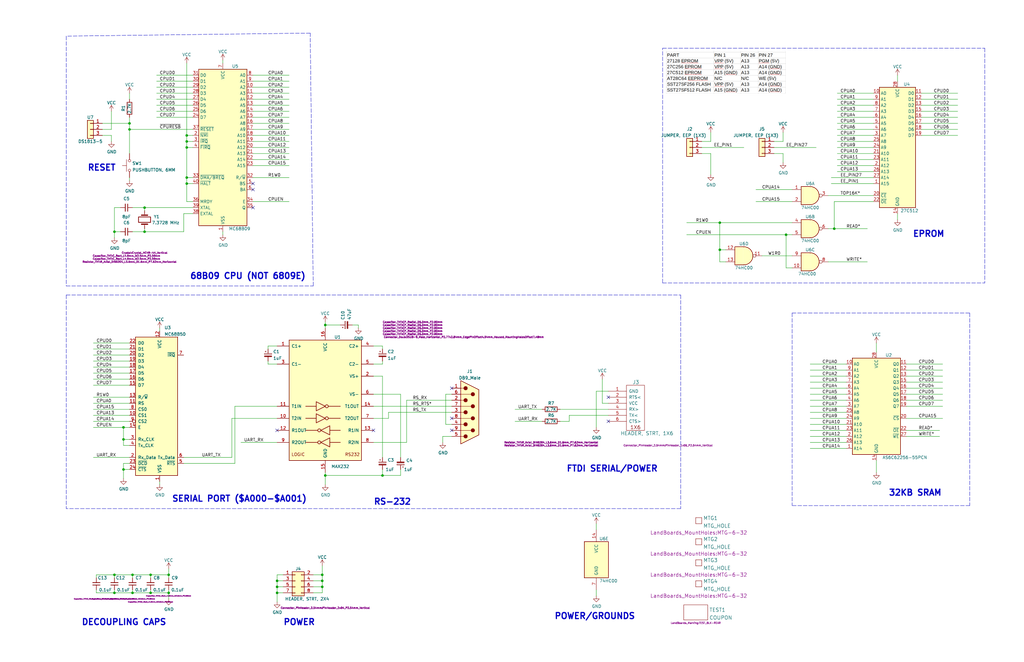
<source format=kicad_sch>
(kicad_sch (version 20211123) (generator eeschema)
  (paper "B")
  (title_block (title "SIMPLE-6809") (date "2022-09-11") (rev "1") (company "Land Boards LLC"))
  (junction (at 351.79 96.52))
  (junction (at 161.29 200.66))
  (junction (at 137.16 137.16))
  (junction (at 135.89 247.65))
  (junction (at 71.12 250.19))
  (junction (at 48.26 97.79))
  (junction (at 78.74 57.15))
  (junction (at 52.07 198.12))
  (junction (at 55.88 242.57))
  (junction (at 52.07 180.34))
  (junction (at 52.07 185.42))
  (junction (at 71.12 242.57))
  (junction (at 331.47 99.06))
  (junction (at 54.61 52.07))
  (junction (at 135.89 242.57))
  (junction (at 60.96 87.63))
  (junction (at 116.84 250.19))
  (junction (at 48.26 250.19))
  (junction (at 60.96 97.79))
  (junction (at 48.26 242.57))
  (junction (at 78.74 74.93))
  (junction (at 137.16 200.66))
  (junction (at 78.74 77.47))
  (junction (at 116.84 245.11))
  (junction (at 135.89 245.11))
  (junction (at 63.5 242.57))
  (junction (at 116.84 247.65))
  (junction (at 54.61 54.61))
  (junction (at 63.5 250.19))
  (junction (at 78.74 59.69))
  (junction (at 303.53 93.98))
  (junction (at 78.74 62.23))
  (junction (at 55.88 250.19))
  (junction (at 303.53 105.41))
  (no_connect (at 106.68 87.63))
  (no_connect (at 256.54 177.8))
  (no_connect (at 106.68 80.01))
  (no_connect (at 106.68 77.47))
  (no_connect (at 190.5 181.61))
  (no_connect (at 190.5 176.53))
  (no_connect (at 190.5 163.83))
  (no_connect (at 116.84 181.61))
  (no_connect (at 157.48 181.61))
  (no_connect (at 256.54 167.64))
  (wire (pts (xy 60.96 97.79) (xy 77.47 97.79)))
  (wire (pts (xy 353.06 64.77) (xy 368.3 64.77)))
  (wire (pts (xy 60.96 96.52) (xy 60.96 97.79)))
  (wire (pts (xy 48.26 242.57) (xy 48.26 243.84)))
  (wire (pts (xy 135.89 247.65) (xy 135.89 245.11)))
  (wire (pts (xy 48.26 97.79) (xy 48.26 100.33)))
  (wire (pts (xy 106.68 49.53) (xy 121.92 49.53)))
  (wire (pts (xy 106.68 85.09) (xy 121.92 85.09)))
  (polyline (pts (xy 279.4 20.32) (xy 415.29 20.32)))
  (wire (pts (xy 157.48 153.67) (xy 161.29 153.67)))
  (wire (pts (xy 157.48 171.45) (xy 190.5 171.45)))
  (wire (pts (xy 353.06 69.85) (xy 368.3 69.85)))
  (wire (pts (xy 101.6 186.69) (xy 116.84 186.69)))
  (wire (pts (xy 71.12 243.84) (xy 71.12 242.57)))
  (wire (pts (xy 66.04 46.99) (xy 81.28 46.99)))
  (wire (pts (xy 106.68 62.23) (xy 121.92 62.23)))
  (wire (pts (xy 106.68 54.61) (xy 121.92 54.61)))
  (wire (pts (xy 116.84 250.19) (xy 116.84 254)))
  (wire (pts (xy 163.83 176.53) (xy 157.48 176.53)))
  (wire (pts (xy 39.37 175.26) (xy 54.61 175.26)))
  (wire (pts (xy 349.25 96.52) (xy 351.79 96.52)))
  (wire (pts (xy 349.25 82.55) (xy 368.3 82.55)))
  (wire (pts (xy 67.31 138.43) (xy 67.31 139.7)))
  (polyline (pts (xy 334.01 132.08) (xy 408.94 132.08)))
  (wire (pts (xy 318.77 85.09) (xy 334.01 85.09)))
  (wire (pts (xy 116.84 176.53) (xy 97.79 176.53)))
  (wire (pts (xy 369.57 194.31) (xy 369.57 199.39)))
  (wire (pts (xy 353.06 67.31) (xy 368.3 67.31)))
  (wire (pts (xy 341.63 179.07) (xy 356.87 179.07)))
  (wire (pts (xy 54.61 52.07) (xy 54.61 54.61)))
  (wire (pts (xy 382.27 166.37) (xy 397.51 166.37)))
  (wire (pts (xy 256.54 165.1) (xy 251.46 165.1)))
  (polyline (pts (xy 27.94 120.65) (xy 132.08 120.65)))
  (wire (pts (xy 217.17 177.8) (xy 228.6 177.8)))
  (wire (pts (xy 135.89 242.57) (xy 135.89 238.76)))
  (wire (pts (xy 71.12 248.92) (xy 71.12 250.19)))
  (wire (pts (xy 119.38 242.57) (xy 116.84 242.57)))
  (wire (pts (xy 54.61 39.37) (xy 54.61 41.91)))
  (wire (pts (xy 52.07 185.42) (xy 54.61 185.42)))
  (wire (pts (xy 341.63 181.61) (xy 356.87 181.61)))
  (polyline (pts (xy 334.01 132.08) (xy 334.01 213.36)))
  (wire (pts (xy 67.31 203.2) (xy 67.31 204.47)))
  (wire (pts (xy 54.61 74.93) (xy 54.61 76.2)))
  (wire (pts (xy 388.62 44.45) (xy 403.86 44.45)))
  (wire (pts (xy 254 160.02) (xy 254 170.18)))
  (wire (pts (xy 40.64 250.19) (xy 48.26 250.19)))
  (wire (pts (xy 78.74 77.47) (xy 81.28 77.47)))
  (wire (pts (xy 341.63 156.21) (xy 356.87 156.21)))
  (wire (pts (xy 39.37 152.4) (xy 54.61 152.4)))
  (wire (pts (xy 54.61 54.61) (xy 81.28 54.61)))
  (wire (pts (xy 163.83 173.99) (xy 163.83 176.53)))
  (wire (pts (xy 78.74 62.23) (xy 81.28 62.23)))
  (wire (pts (xy 368.3 85.09) (xy 351.79 85.09)))
  (wire (pts (xy 137.16 137.16) (xy 137.16 138.43)))
  (wire (pts (xy 39.37 180.34) (xy 52.07 180.34)))
  (wire (pts (xy 251.46 248.92) (xy 251.46 251.46)))
  (wire (pts (xy 326.39 59.69) (xy 330.2 59.69)))
  (wire (pts (xy 321.31 107.95) (xy 334.01 107.95)))
  (wire (pts (xy 52.07 198.12) (xy 54.61 198.12)))
  (wire (pts (xy 43.18 57.15) (xy 46.99 57.15)))
  (wire (pts (xy 388.62 46.99) (xy 403.86 46.99)))
  (wire (pts (xy 43.18 54.61) (xy 46.99 54.61)))
  (wire (pts (xy 353.06 41.91) (xy 368.3 41.91)))
  (wire (pts (xy 116.84 245.11) (xy 119.38 245.11)))
  (wire (pts (xy 350.52 74.93) (xy 368.3 74.93)))
  (wire (pts (xy 52.07 195.58) (xy 52.07 198.12)))
  (wire (pts (xy 40.64 242.57) (xy 48.26 242.57)))
  (wire (pts (xy 382.27 161.29) (xy 397.51 161.29)))
  (wire (pts (xy 78.74 59.69) (xy 81.28 59.69)))
  (wire (pts (xy 63.5 248.92) (xy 63.5 250.19)))
  (wire (pts (xy 217.17 172.72) (xy 228.6 172.72)))
  (wire (pts (xy 113.03 152.4) (xy 113.03 153.67)))
  (wire (pts (xy 39.37 167.64) (xy 54.61 167.64)))
  (wire (pts (xy 349.25 110.49) (xy 365.76 110.49)))
  (wire (pts (xy 137.16 135.89) (xy 137.16 137.16)))
  (wire (pts (xy 295.91 62.23) (xy 313.69 62.23)))
  (wire (pts (xy 78.74 74.93) (xy 81.28 74.93)))
  (wire (pts (xy 132.08 245.11) (xy 135.89 245.11)))
  (wire (pts (xy 353.06 54.61) (xy 368.3 54.61)))
  (wire (pts (xy 157.48 186.69) (xy 171.45 186.69)))
  (wire (pts (xy 106.68 64.77) (xy 121.92 64.77)))
  (wire (pts (xy 50.8 87.63) (xy 48.26 87.63)))
  (wire (pts (xy 350.52 77.47) (xy 368.3 77.47)))
  (wire (pts (xy 148.59 137.16) (xy 151.13 137.16)))
  (wire (pts (xy 299.72 55.88) (xy 299.72 59.69)))
  (wire (pts (xy 132.08 247.65) (xy 135.89 247.65)))
  (polyline (pts (xy 130.81 13.97) (xy 27.94 15.24)))
  (wire (pts (xy 341.63 189.23) (xy 356.87 189.23)))
  (wire (pts (xy 353.06 72.39) (xy 368.3 72.39)))
  (wire (pts (xy 378.46 90.17) (xy 378.46 92.71)))
  (wire (pts (xy 353.06 59.69) (xy 368.3 59.69)))
  (wire (pts (xy 135.89 245.11) (xy 135.89 242.57)))
  (wire (pts (xy 78.74 57.15) (xy 78.74 59.69)))
  (wire (pts (xy 52.07 198.12) (xy 52.07 201.93)))
  (wire (pts (xy 187.96 179.07) (xy 187.96 166.37)))
  (wire (pts (xy 341.63 166.37) (xy 356.87 166.37)))
  (wire (pts (xy 39.37 170.18) (xy 54.61 170.18)))
  (wire (pts (xy 39.37 157.48) (xy 54.61 157.48)))
  (wire (pts (xy 388.62 57.15) (xy 403.86 57.15)))
  (wire (pts (xy 93.98 25.4) (xy 93.98 26.67)))
  (wire (pts (xy 161.29 153.67) (xy 161.29 152.4)))
  (wire (pts (xy 39.37 193.04) (xy 54.61 193.04)))
  (wire (pts (xy 137.16 199.39) (xy 137.16 200.66)))
  (wire (pts (xy 168.91 200.66) (xy 168.91 198.12)))
  (wire (pts (xy 161.29 146.05) (xy 161.29 147.32)))
  (wire (pts (xy 326.39 62.23) (xy 344.17 62.23)))
  (wire (pts (xy 55.88 242.57) (xy 63.5 242.57)))
  (wire (pts (xy 382.27 176.53) (xy 397.51 176.53)))
  (wire (pts (xy 382.27 181.61) (xy 396.24 181.61)))
  (wire (pts (xy 388.62 49.53) (xy 403.86 49.53)))
  (wire (pts (xy 60.96 87.63) (xy 60.96 88.9)))
  (wire (pts (xy 52.07 180.34) (xy 52.07 185.42)))
  (polyline (pts (xy 27.94 15.24) (xy 27.94 120.65)))
  (wire (pts (xy 190.5 173.99) (xy 163.83 173.99)))
  (wire (pts (xy 39.37 154.94) (xy 54.61 154.94)))
  (wire (pts (xy 39.37 177.8) (xy 54.61 177.8)))
  (polyline (pts (xy 287.02 124.46) (xy 287.02 214.63)))
  (wire (pts (xy 106.68 36.83) (xy 121.92 36.83)))
  (wire (pts (xy 161.29 193.04) (xy 161.29 158.75)))
  (polyline (pts (xy 408.94 132.08) (xy 408.94 213.36)))
  (wire (pts (xy 388.62 52.07) (xy 403.86 52.07)))
  (wire (pts (xy 106.68 41.91) (xy 121.92 41.91)))
  (wire (pts (xy 39.37 162.56) (xy 54.61 162.56)))
  (wire (pts (xy 116.84 153.67) (xy 113.03 153.67)))
  (wire (pts (xy 306.07 110.49) (xy 303.53 110.49)))
  (wire (pts (xy 77.47 97.79) (xy 77.47 90.17)))
  (wire (pts (xy 331.47 99.06) (xy 334.01 99.06)))
  (wire (pts (xy 116.84 250.19) (xy 119.38 250.19)))
  (wire (pts (xy 289.56 93.98) (xy 303.53 93.98)))
  (wire (pts (xy 77.47 90.17) (xy 81.28 90.17)))
  (wire (pts (xy 289.56 99.06) (xy 331.47 99.06)))
  (wire (pts (xy 106.68 44.45) (xy 121.92 44.45)))
  (polyline (pts (xy 287.02 214.63) (xy 27.94 214.63)))
  (wire (pts (xy 78.74 59.69) (xy 78.74 62.23)))
  (wire (pts (xy 236.22 177.8) (xy 240.03 177.8)))
  (wire (pts (xy 353.06 44.45) (xy 368.3 44.45)))
  (wire (pts (xy 353.06 62.23) (xy 368.3 62.23)))
  (wire (pts (xy 52.07 180.34) (xy 54.61 180.34)))
  (wire (pts (xy 331.47 113.03) (xy 334.01 113.03)))
  (wire (pts (xy 40.64 242.57) (xy 40.64 243.84)))
  (wire (pts (xy 137.16 137.16) (xy 143.51 137.16)))
  (wire (pts (xy 341.63 153.67) (xy 356.87 153.67)))
  (wire (pts (xy 341.63 161.29) (xy 356.87 161.29)))
  (wire (pts (xy 351.79 85.09) (xy 351.79 96.52)))
  (wire (pts (xy 66.04 44.45) (xy 81.28 44.45)))
  (wire (pts (xy 341.63 186.69) (xy 356.87 186.69)))
  (wire (pts (xy 66.04 36.83) (xy 81.28 36.83)))
  (wire (pts (xy 39.37 144.78) (xy 54.61 144.78)))
  (wire (pts (xy 66.04 34.29) (xy 81.28 34.29)))
  (wire (pts (xy 54.61 195.58) (xy 52.07 195.58)))
  (wire (pts (xy 106.68 31.75) (xy 121.92 31.75)))
  (wire (pts (xy 93.98 97.79) (xy 93.98 99.06)))
  (wire (pts (xy 318.77 80.01) (xy 334.01 80.01)))
  (wire (pts (xy 48.26 87.63) (xy 48.26 97.79)))
  (wire (pts (xy 341.63 171.45) (xy 356.87 171.45)))
  (wire (pts (xy 295.91 64.77) (xy 299.72 64.77)))
  (wire (pts (xy 77.47 193.04) (xy 97.79 193.04)))
  (wire (pts (xy 256.54 170.18) (xy 254 170.18)))
  (wire (pts (xy 55.88 87.63) (xy 60.96 87.63)))
  (wire (pts (xy 256.54 175.26) (xy 240.03 175.26)))
  (wire (pts (xy 78.74 85.09) (xy 81.28 85.09)))
  (wire (pts (xy 353.06 57.15) (xy 368.3 57.15)))
  (wire (pts (xy 341.63 168.91) (xy 356.87 168.91)))
  (wire (pts (xy 330.2 64.77) (xy 330.2 68.58)))
  (wire (pts (xy 39.37 160.02) (xy 54.61 160.02)))
  (wire (pts (xy 326.39 64.77) (xy 330.2 64.77)))
  (polyline (pts (xy 415.29 20.32) (xy 415.29 119.38)))
  (wire (pts (xy 71.12 250.19) (xy 71.12 252.73)))
  (wire (pts (xy 353.06 39.37) (xy 368.3 39.37)))
  (wire (pts (xy 190.5 179.07) (xy 187.96 179.07)))
  (wire (pts (xy 39.37 172.72) (xy 54.61 172.72)))
  (wire (pts (xy 106.68 69.85) (xy 121.92 69.85)))
  (wire (pts (xy 341.63 184.15) (xy 356.87 184.15)))
  (wire (pts (xy 55.88 250.19) (xy 55.88 248.92)))
  (wire (pts (xy 39.37 147.32) (xy 54.61 147.32)))
  (wire (pts (xy 78.74 74.93) (xy 78.74 77.47)))
  (wire (pts (xy 161.29 200.66) (xy 168.91 200.66)))
  (wire (pts (xy 113.03 147.32) (xy 113.03 146.05)))
  (wire (pts (xy 151.13 137.16) (xy 151.13 138.43)))
  (wire (pts (xy 251.46 220.98) (xy 251.46 223.52)))
  (wire (pts (xy 63.5 243.84) (xy 63.5 242.57)))
  (wire (pts (xy 382.27 156.21) (xy 397.51 156.21)))
  (wire (pts (xy 46.99 57.15) (xy 46.99 59.69)))
  (wire (pts (xy 171.45 168.91) (xy 190.5 168.91)))
  (wire (pts (xy 168.91 166.37) (xy 168.91 193.04)))
  (wire (pts (xy 40.64 250.19) (xy 40.64 248.92)))
  (wire (pts (xy 171.45 168.91) (xy 171.45 186.69)))
  (wire (pts (xy 157.48 166.37) (xy 168.91 166.37)))
  (wire (pts (xy 157.48 146.05) (xy 161.29 146.05)))
  (wire (pts (xy 116.84 247.65) (xy 116.84 250.19)))
  (wire (pts (xy 330.2 55.88) (xy 330.2 59.69)))
  (wire (pts (xy 63.5 242.57) (xy 71.12 242.57)))
  (wire (pts (xy 382.27 184.15) (xy 396.24 184.15)))
  (wire (pts (xy 78.74 77.47) (xy 78.74 85.09)))
  (wire (pts (xy 54.61 49.53) (xy 54.61 52.07)))
  (wire (pts (xy 106.68 52.07) (xy 121.92 52.07)))
  (wire (pts (xy 99.06 195.58) (xy 99.06 171.45)))
  (wire (pts (xy 66.04 41.91) (xy 81.28 41.91)))
  (wire (pts (xy 251.46 165.1) (xy 251.46 180.34)))
  (wire (pts (xy 39.37 149.86) (xy 54.61 149.86)))
  (wire (pts (xy 388.62 41.91) (xy 403.86 41.91)))
  (wire (pts (xy 63.5 250.19) (xy 55.88 250.19)))
  (wire (pts (xy 46.99 46.99) (xy 46.99 54.61)))
  (wire (pts (xy 378.46 31.75) (xy 378.46 34.29)))
  (wire (pts (xy 97.79 176.53) (xy 97.79 193.04)))
  (wire (pts (xy 137.16 200.66) (xy 137.16 204.47)))
  (polyline (pts (xy 279.4 119.38) (xy 279.4 20.32)))
  (wire (pts (xy 54.61 54.61) (xy 54.61 64.77)))
  (polyline (pts (xy 132.08 120.65) (xy 130.81 13.97)))
  (wire (pts (xy 106.68 67.31) (xy 121.92 67.31)))
  (wire (pts (xy 351.79 96.52) (xy 365.76 96.52)))
  (wire (pts (xy 71.12 240.03) (xy 71.12 242.57)))
  (wire (pts (xy 186.69 184.15) (xy 190.5 184.15)))
  (wire (pts (xy 303.53 93.98) (xy 303.53 105.41)))
  (wire (pts (xy 99.06 171.45) (xy 116.84 171.45)))
  (wire (pts (xy 303.53 105.41) (xy 303.53 110.49)))
  (wire (pts (xy 48.26 97.79) (xy 50.8 97.79)))
  (wire (pts (xy 236.22 172.72) (xy 256.54 172.72)))
  (wire (pts (xy 132.08 242.57) (xy 135.89 242.57)))
  (wire (pts (xy 48.26 248.92) (xy 48.26 250.19)))
  (wire (pts (xy 341.63 173.99) (xy 356.87 173.99)))
  (wire (pts (xy 161.29 200.66) (xy 161.29 198.12)))
  (wire (pts (xy 77.47 195.58) (xy 99.06 195.58)))
  (wire (pts (xy 135.89 250.19) (xy 135.89 247.65)))
  (wire (pts (xy 369.57 144.78) (xy 369.57 148.59)))
  (wire (pts (xy 55.88 250.19) (xy 48.26 250.19)))
  (wire (pts (xy 66.04 49.53) (xy 81.28 49.53)))
  (wire (pts (xy 186.69 184.15) (xy 186.69 186.69)))
  (wire (pts (xy 81.28 87.63) (xy 60.96 87.63)))
  (wire (pts (xy 382.27 168.91) (xy 397.51 168.91)))
  (wire (pts (xy 388.62 54.61) (xy 403.86 54.61)))
  (wire (pts (xy 353.06 52.07) (xy 368.3 52.07)))
  (wire (pts (xy 299.72 64.77) (xy 299.72 73.66)))
  (wire (pts (xy 106.68 57.15) (xy 121.92 57.15)))
  (wire (pts (xy 353.06 46.99) (xy 368.3 46.99)))
  (wire (pts (xy 106.68 74.93) (xy 121.92 74.93)))
  (wire (pts (xy 303.53 105.41) (xy 306.07 105.41)))
  (wire (pts (xy 116.84 242.57) (xy 116.84 245.11)))
  (wire (pts (xy 71.12 250.19) (xy 63.5 250.19)))
  (wire (pts (xy 382.27 171.45) (xy 397.51 171.45)))
  (wire (pts (xy 55.88 242.57) (xy 48.26 242.57)))
  (wire (pts (xy 341.63 176.53) (xy 356.87 176.53)))
  (wire (pts (xy 106.68 39.37) (xy 121.92 39.37)))
  (wire (pts (xy 106.68 59.69) (xy 121.92 59.69)))
  (wire (pts (xy 113.03 146.05) (xy 116.84 146.05)))
  (wire (pts (xy 55.88 243.84) (xy 55.88 242.57)))
  (wire (pts (xy 187.96 166.37) (xy 190.5 166.37)))
  (wire (pts (xy 52.07 187.96) (xy 54.61 187.96)))
  (wire (pts (xy 382.27 158.75) (xy 397.51 158.75)))
  (wire (pts (xy 116.84 245.11) (xy 116.84 247.65)))
  (wire (pts (xy 43.18 52.07) (xy 54.61 52.07)))
  (polyline (pts (xy 279.4 119.38) (xy 415.29 119.38)))
  (wire (pts (xy 382.27 153.67) (xy 397.51 153.67)))
  (wire (pts (xy 295.91 59.69) (xy 299.72 59.69)))
  (wire (pts (xy 341.63 163.83) (xy 356.87 163.83)))
  (wire (pts (xy 353.06 49.53) (xy 368.3 49.53)))
  (wire (pts (xy 137.16 200.66) (xy 161.29 200.66)))
  (wire (pts (xy 341.63 158.75) (xy 356.87 158.75)))
  (wire (pts (xy 78.74 26.67) (xy 78.74 57.15)))
  (wire (pts (xy 382.27 163.83) (xy 397.51 163.83)))
  (polyline (pts (xy 408.94 213.36) (xy 334.01 213.36)))
  (polyline (pts (xy 27.94 124.46) (xy 27.94 214.63)))
  (wire (pts (xy 106.68 34.29) (xy 121.92 34.29)))
  (wire (pts (xy 240.03 175.26) (xy 240.03 177.8)))
  (wire (pts (xy 116.84 247.65) (xy 119.38 247.65)))
  (wire (pts (xy 106.68 46.99) (xy 121.92 46.99)))
  (wire (pts (xy 66.04 39.37) (xy 81.28 39.37)))
  (wire (pts (xy 52.07 185.42) (xy 52.07 187.96)))
  (wire (pts (xy 303.53 93.98) (xy 334.01 93.98)))
  (wire (pts (xy 161.29 158.75) (xy 157.48 158.75)))
  (wire (pts (xy 78.74 57.15) (xy 81.28 57.15)))
  (wire (pts (xy 388.62 39.37) (xy 403.86 39.37)))
  (wire (pts (xy 78.74 62.23) (xy 78.74 74.93)))
  (polyline (pts (xy 27.94 124.46) (xy 287.02 124.46)))
  (wire (pts (xy 132.08 250.19) (xy 135.89 250.19)))
  (wire (pts (xy 331.47 99.06) (xy 331.47 113.03)))
  (wire (pts (xy 66.04 31.75) (xy 81.28 31.75)))
  (wire (pts (xy 55.88 97.79) (xy 60.96 97.79)))
  (image (at 306.07 30.48))
  (text "POWER" (at 119.38 264.16 0) (effects (font (size 2.54 2.54) (thickness 0.508) bold) (justify left bottom)))
  (text "RESET" (at 36.83 72.39 0) (effects (font (size 2.54 2.54) (thickness 0.508) bold) (justify left bottom)))
  (text "32KB SRAM" (at 374.65 209.55 0) (effects (font (size 2.54 2.54) (thickness 0.508) bold) (justify left bottom)))
  (text "DECOUPLING CAPS" (at 34.29 264.16 0) (effects (font (size 2.54 2.54) (thickness 0.508) bold) (justify left bottom)))
  (text "FTDI SERIAL/POWER" (at 238.76 199.39 0) (effects (font (size 2.54 2.54) (thickness 0.508) bold) (justify left bottom)))
  (text "SERIAL PORT ($A000-$A001)" (at 72.39 212.09 0) (effects (font (size 2.54 2.54) (thickness 0.508) bold) (justify left bottom)))
  (text "POWER/GROUNDS" (at 233.68 261.62 0) (effects (font (size 2.54 2.54) (thickness 0.508) bold) (justify left bottom)))
  (text "EPROM" (at 384.81 100.33 0) (effects (font (size 2.54 2.54) (thickness 0.508) bold) (justify left bottom)))
  (text "68B09 CPU (NOT 6809E)" (at 80.01 118.11 0) (effects (font (size 2.54 2.54) (thickness 0.508) bold) (justify left bottom)))
  (text "RS-232" (at 157.48 213.36 0) (effects (font (size 2.54 2.54) (thickness 0.508) bold) (justify left bottom)))
  (label "CPUD6" (at 67.31 46.99 0))
  (label "CPUA8" (at 354.33 59.69 0))
  (label "CPUA4" (at 346.71 163.83 0))
  (label "CPUA8" (at 346.71 173.99 0))
  (label "CPUA14" (at 321.31 80.01 0))
  (label "UART_RX" (at 218.44 177.8 0))
  (label "CPUA9" (at 113.03 54.61 0))
  (label "CPUA1" (at 113.03 34.29 0))
  (label "CPUD7" (at 387.35 171.45 0))
  (label "CPUD3" (at 387.35 161.29 0))
  (label "WRITE*" (at 387.35 184.15 0))
  (label "CPUD0" (at 387.35 153.67 0))
  (label "CPUEN" (at 40.64 180.34 0))
  (label "CPUA15" (at 387.35 176.53 0))
  (label "CPUA12" (at 113.03 62.23 0))
  (label "CPUD4" (at 40.64 154.94 0))
  (label "CPUD4" (at 393.7 49.53 0))
  (label "CPUA3" (at 113.03 39.37 0))
  (label "CPUA15" (at 113.03 69.85 0))
  (label "CPUA7" (at 354.33 57.15 0))
  (label "CPUA6" (at 354.33 54.61 0))
  (label "CPUD7" (at 40.64 162.56 0))
  (label "CPUD1" (at 40.64 147.32 0))
  (label "CPUA0" (at 346.71 153.67 0))
  (label "CPUA15" (at 321.31 85.09 0))
  (label "CPUA15" (at 40.64 172.72 0))
  (label "R1W0" (at 113.03 74.93 0))
  (label "CPUD1" (at 387.35 156.21 0))
  (label "CPUD2" (at 40.64 149.86 0))
  (label "EE_PIN1" (at 300.99 62.23 0))
  (label "CPUD7" (at 67.31 49.53 0))
  (label "CPUD3" (at 67.31 39.37 0))
  (label "WRITE*" (at 356.87 110.49 0))
  (label "CPUD4" (at 67.31 41.91 0))
  (label "CPUD2" (at 387.35 158.75 0))
  (label "CPUD6" (at 40.64 160.02 0))
  (label "W1R0" (at 323.85 107.95 0))
  (label "CPUA4" (at 354.33 49.53 0))
  (label "CPUA8" (at 113.03 52.07 0))
  (label "RS_RX" (at 173.99 168.91 0))
  (label "EE_PIN27" (at 354.33 74.93 0))
  (label "CPUEN" (at 293.37 99.06 0))
  (label "CPUA2" (at 113.03 36.83 0))
  (label "UART_RX" (at 40.64 193.04 0))
  (label "CPUA5" (at 346.71 166.37 0))
  (label "CPUD7" (at 393.7 57.15 0))
  (label "UART_RX" (at 102.87 186.69 0))
  (label "CPUA11" (at 354.33 67.31 0))
  (label "CPUD2" (at 393.7 44.45 0))
  (label "R1W0" (at 40.64 167.64 0))
  (label "READ*" (at 356.87 96.52 0))
  (label "CPUA13" (at 346.71 186.69 0))
  (label "CPUA12" (at 354.33 69.85 0))
  (label "CPUA3" (at 346.71 161.29 0))
  (label "CPUA13" (at 40.64 175.26 0))
  (label "R1W0" (at 293.37 93.98 0))
  (label "CPUA14" (at 113.03 67.31 0))
  (label "CPUD5" (at 40.64 157.48 0))
  (label "CPUA0" (at 40.64 170.18 0))
  (label "CPUD3" (at 40.64 152.4 0))
  (label "CPUEN" (at 113.03 85.09 0))
  (label "CPUA10" (at 113.03 57.15 0))
  (label "READ*" (at 387.35 181.61 0))
  (label "CPUA2" (at 354.33 44.45 0))
  (label "UART_TX" (at 85.09 193.04 0))
  (label "CPUD5" (at 387.35 166.37 0))
  (label "CPUA12" (at 346.71 184.15 0))
  (label "CPUA1" (at 354.33 41.91 0))
  (label "CPUD3" (at 393.7 46.99 0))
  (label "CPUA7" (at 346.71 171.45 0))
  (label "CPUD0" (at 393.7 39.37 0))
  (label "TOP16K*" (at 354.33 82.55 0))
  (label "CPUD2" (at 67.31 36.83 0))
  (label "CPUD5" (at 393.7 52.07 0))
  (label "CPUA9" (at 346.71 176.53 0))
  (label "CPUA4" (at 113.03 41.91 0))
  (label "RS_RTS*" (at 173.99 171.45 0))
  (label "CPUA3" (at 354.33 46.99 0))
  (label "CPUA13" (at 113.03 64.77 0))
  (label "CPUA2" (at 346.71 158.75 0))
  (label "CPUA6" (at 113.03 46.99 0))
  (label "CPUA7" (at 113.03 49.53 0))
  (label "CPUA5" (at 354.33 52.07 0))
  (label "CPUA5" (at 113.03 44.45 0))
  (label "CPUA10" (at 354.33 64.77 0))
  (label "CPUA9" (at 354.33 62.23 0))
  (label "EE_PIN27" (at 331.47 62.23 0))
  (label "CPUD0" (at 67.31 31.75 0))
  (label "CPUA11" (at 113.03 59.69 0))
  (label "UART_TX" (at 218.44 172.72 0))
  (label "CPUA1" (at 346.71 156.21 0))
  (label "CPUD1" (at 67.31 34.29 0))
  (label "CPUD5" (at 67.31 44.45 0))
  (label "CPUD0" (at 40.64 144.78 0))
  (label "CPUA13" (at 354.33 72.39 0))
  (label "CPUA11" (at 346.71 181.61 0))
  (label "CPUA14" (at 346.71 189.23 0))
  (label "CPUA0" (at 354.33 39.37 0))
  (label "EE_PIN1" (at 354.33 77.47 0))
  (label "CPUA0" (at 113.03 31.75 0))
  (label "CPUA10" (at 346.71 179.07 0))
  (label "CPUD4" (at 387.35 163.83 0))
  (label "RS_TX" (at 173.99 173.99 0))
  (label "~{CPURESB}" (at 67.31 54.61 0))
  (label "CPUD6" (at 387.35 168.91 0))
  (label "CPUA14" (at 40.64 177.8 0))
  (label "CPUD6" (at 393.7 54.61 0))
  (label "CPUA6" (at 346.71 168.91 0))
  (label "CPUD1" (at 393.7 41.91 0))
  (symbol (lib_id "power:GND") (at 93.98 99.06 0) (unit 1)
    (property "Reference" "#PWR0101" (effects hide))
    (property "Value" "GND" (at 94.107 103.4542 0))
  )
  (symbol (lib_id "power:GND") (at 48.26 100.33 0) (unit 1)
    (property "Reference" "#PWR0114" (effects hide))
    (property "Value" "GND" (at 48.387 104.7242 0))
  )
  (symbol (lib_id "power:VCC") (at 254 160.02 0) (unit 1)
    (property "Reference" "#PWR0126" (effects hide))
    (property "Value" "VCC" (at 254 156.4155 0))
  )
  (symbol (lib_id "power:VCC") (at 378.46 31.75 0) (unit 1)
    (property "Reference" "#PWR0108" (effects hide))
    (property "Value" "VCC" (at 378.46 28.1455 0))
  )
  (symbol (lib_id "Switch:SW_Push") (at 54.61 69.85 90) (unit 1)
    (property "Reference" "SW1" (at 55.753 68.9415 90) (effects (justify right)))
    (property "Value" "PUSHBUTTON, 6MM" (at 55.753 71.7166 90) (effects (justify right)))
    (property "Footprint" "Button_Switch_THT:SW_PUSH_6mm_H8.5mm" (effects hide))
  )
  (symbol (lib_id "power:VCC") (at 46.99 46.99 0) (unit 1)
    (property "Reference" "#PWR0124" (effects hide))
    (property "Value" "VCC" (at 46.99 43.3855 0))
  )
  (symbol (lib_id "Device:R") (at 232.41 177.8 90) (unit 1)
    (property "Reference" "R6" (at 232.41 175.26 90))
    (property "Value" "2.7K" (at 232.41 177.8 90))
    (property "Footprint" "Resistor_THT:R_Axial_DIN0204_L3.6mm_D1.6mm_P7.62mm_Horizontal" (at 232.41 187.96 90) (effects (font (size 0.762 0.762))))
    (property "Datasheet" "https://www.mouser.com/ProductDetail/Xicon/299-2.2K-RC?qs=QaPBMFBEHz3RDbXknTj%252ByA%3D%3D" (effects hide))
  )
  (symbol (lib_id "power:VCC") (at 330.2 55.88 0) (unit 1)
    (property "Reference" "#PWR0110" (effects hide))
    (property "Value" "VCC" (at 330.2 52.2755 0))
  )
  (symbol (lib_id "power:VCC") (at 299.72 55.88 0) (unit 1)
    (property "Reference" "#PWR0119" (effects hide))
    (property "Value" "VCC" (at 299.72 52.2755 0))
  )
  (symbol (lib_id "Device:C_Small") (at 63.5 246.38 180) (unit 1)
    (property "Reference" "C8" (at 66.04 243.84 0))
    (property "Value" "0.1uF" (at 67.31 248.92 0))
    (property "Footprint" "Capacitor_THT:C_Rect_L4.0mm_W2.5mm_P2.50mm" (at 63.5 254 0) (effects (font (size 0.508 0.508))))
  )
  (symbol (lib_id "Interface_UART:MAX232") (at 137.16 168.91 0) (unit 1)
    (property "Reference" "U1" (at 140.97 142.24 0) (effects (justify left)))
    (property "Value" "MAX232" (at 139.7 196.85 0) (effects (justify left)))
    (property "Footprint" "Package_DIP:DIP-16_W7.62mm_LongPads" (effects hide))
    (property "Datasheet" "http://www.ti.com/lit/ds/symlink/max232.pdf" (effects hide))
  )
  (symbol (lib_id "power:GND") (at 251.46 180.34 0) (unit 1)
    (property "Reference" "#PWR0127" (effects hide))
    (property "Value" "GND" (at 251.587 184.7342 0))
  )
  (symbol (lib_id "Device:C_Small") (at 53.34 97.79 270) (unit 1)
    (property "Reference" "C6" (at 53.34 93.98 90))
    (property "Value" "8pF" (at 53.34 101.6 90))
    (property "Footprint" "Capacitor_THT:C_Rect_L4.0mm_W2.5mm_P2.50mm" (at 53.34 109.22 90) (effects (font (size 0.762 0.762))))
  )
  (symbol (lib_id "power:GND") (at 186.69 186.69 0) (unit 1)
    (property "Reference" "#PWR0123" (effects hide))
    (property "Value" "GND" (at 186.817 191.0842 0))
  )
  (symbol (lib_id "power:GND") (at 71.12 252.73 0) (unit 1)
    (property "Reference" "#PWR0106" (effects hide))
    (property "Value" "GND" (at 71.247 257.1242 0))
  )
  (symbol (lib_id "Device:C_Small") (at 53.34 87.63 270) (unit 1)
    (property "Reference" "C5" (at 53.34 83.82 90))
    (property "Value" "8pF" (at 53.34 91.44 90))
    (property "Footprint" "Capacitor_THT:C_Rect_L4.0mm_W2.5mm_P2.50mm" (at 53.34 107.95 90) (effects (font (size 0.762 0.762))))
  )
  (symbol (lib_id "74xx:74LS00") (at 341.63 82.55 0) (unit 1)
    (property "Reference" "U6" (at 341.63 77.47 0))
    (property "Value" "74HC00" (at 341.63 87.63 0))
    (property "Footprint" "Package_DIP:DIP-14_W7.62mm_LongPads" (effects hide))
    (property "Datasheet" "https://www.mouser.com/ProductDetail/595-SN74HC00AN" (effects hide))
  )
  (symbol (lib_id "Connector_Generic:Conn_02x04_Odd_Even") (at 124.46 245.11 0) (unit 1)
    (property "Reference" "J4" (at 125.73 240.03 0))
    (property "Value" "HEADER, STRT, 2X4" (at 129.54 252.73 0))
    (property "Footprint" "Connector_PinHeader_2.54mm:PinHeader_2x04_P2.54mm_Vertical" (at 137.16 256.54 0) (effects (font (size 0.762 0.762) bold)))
  )
  (symbol (lib_id "Device:C_Polarized_Small") (at 146.05 137.16 90) (unit 1)
    (property "Reference" "C10" (at 144.5954 135.001 0) (effects (justify left)))
    (property "Value" "47uF" (at 147.3705 135.001 0) (effects (justify left)))
    (property "Footprint" "Capacitor_THT:CP_Radial_D5.0mm_P2.00mm" (at 173.99 135.89 90) (effects (font (size 0.762 0.762) bold)))
  )
  (symbol (lib_id "power:GND") (at 151.13 138.43 0) (unit 1)
    (property "Reference" "#PWR0117" (effects hide))
    (property "Value" "GND" (at 151.257 142.8242 0))
  )
  (symbol (lib_id "power:GND") (at 378.46 92.71 0) (unit 1)
    (property "Reference" "#PWR0109" (effects hide))
    (property "Value" "GND" (at 378.587 97.1042 0))
  )
  (symbol (lib_id "Device:C_Polarized_Small") (at 168.91 195.58 180) (unit 1)
    (property "Reference" "C4" (at 173.99 194.31 0) (effects (justify left)))
    (property "Value" "1uF" (at 173.99 198.12 0) (effects (justify left)))
    (property "Footprint" "Capacitor_THT:CP_Radial_D5.0mm_P2.00mm" (at 173.99 140.97 0) (effects (font (size 0.762 0.762) bold)))
    (property "Datasheet" "https://www.mouser.com/ProductDetail/710-860020672005" (effects hide))
  )
  (symbol (lib_id "power:VCC") (at 369.57 144.78 0) (unit 1)
    (property "Reference" "#PWR0111" (effects hide))
    (property "Value" "VCC" (at 369.57 141.1755 0))
  )
  (symbol (lib_id "power:GND") (at 299.72 73.66 0) (unit 1)
    (property "Reference" "#PWR0118" (effects hide))
    (property "Value" "GND" (at 299.847 78.0542 0))
  )
  (symbol (lib_id "Device:Crystal") (at 60.96 92.71 90) (unit 1)
    (property "Reference" "Y1" (at 66.04 91.44 90))
    (property "Value" "7.3728 MHz" (at 69.85 93.98 90))
    (property "Footprint" "Crystal:Crystal_HC49-4H_Vertical" (at 60.96 106.68 90) (effects (font (size 0.762 0.762))))
    (property "Datasheet" "https://www.mouser.com/ProductDetail/815-ABL-7.3728-B2" (effects hide))
  )
  (symbol (lib_id "LandBoards_Cards:FTDI-Slave") (at 267.97 171.45 0) (unit 1)
    (property "Reference" "J3" (at 266.7 161.29 0) (effects (font (size 1.524 1.524)) (justify left)))
    (property "Value" "HEADER, STRT, 1X6" (at 261.62 182.88 0) (effects (font (size 1.524 1.524)) (justify left)))
    (property "Footprint" "Connector_PinHeader_2.54mm:PinHeader_1x06_P2.54mm_Vertical" (at 262.89 187.96 0) (effects (font (size 0.762 0.762)) (justify left)))
  )
  (symbol (lib_id "Device:C_Polarized_Small") (at 161.29 195.58 0) (unit 1)
    (property "Reference" "C3" (at 163.449 194.1254 0) (effects (justify left)))
    (property "Value" "1uF" (at 162.56 198.12 0) (effects (justify left)))
    (property "Footprint" "Capacitor_THT:CP_Radial_D5.0mm_P2.00mm" (at 173.99 139.7 0) (effects (font (size 0.762 0.762) bold)))
    (property "Datasheet" "https://www.mouser.com/ProductDetail/710-860020672005" (effects hide))
  )
  (symbol (lib_id "power:VCC") (at 93.98 25.4 0) (unit 1)
    (property "Reference" "#PWR0103" (effects hide))
    (property "Value" "VCC" (at 93.98 21.7955 0))
  )
  (symbol (lib_id "power:GND") (at 369.57 199.39 0) (unit 1)
    (property "Reference" "#PWR0115" (effects hide))
    (property "Value" "GND" (at 369.697 203.7842 0))
  )
  (symbol (lib_id "power:VCC") (at 67.31 138.43 0) (unit 1)
    (property "Reference" "#PWR0125" (effects hide))
    (property "Value" "VCC" (at 67.31 134.8255 0))
  )
  (symbol (lib_id "power:GND") (at 116.84 254 0) (unit 1)
    (property "Reference" "#PWR0129" (effects hide))
    (property "Value" "GND" (at 116.967 258.3942 0))
  )
  (symbol (lib_id "LandBoards_Semis:MC68B50_FIXED") (at 67.31 172.72 0) (unit 1)
    (property "Reference" "U3" (at 69.3294 138.2735 0) (effects (justify left)))
    (property "Value" "MC68B50" (at 69.3294 141.0486 0) (effects (justify left)))
    (property "Footprint" "Package_DIP:DIP-24_W15.24mm" (effects hide))
    (property "Datasheet" "https://www.jameco.com/Jameco/Products/ProdDS/43633.pdf" (effects hide))
  )
  (symbol (lib_id "power:VCC") (at 135.89 238.76 0) (unit 1)
    (property "Reference" "#PWR0128" (effects hide))
    (property "Value" "VCC" (at 135.89 235.1555 0))
  )
  (symbol (lib_id "74xx:74LS00") (at 251.46 236.22 0) (unit 5)
    (property "Reference" "U6" (at 252.73 227.33 0) (effects (justify left)))
    (property "Value" "74HC00" (at 252.73 245.11 0) (effects (justify left)))
    (property "Footprint" "Package_DIP:DIP-14_W7.62mm_LongPads" (effects hide))
    (property "Datasheet" "https://www.mouser.com/ProductDetail/595-SN74HC00AN" (effects hide))
  )
  (symbol (lib_id "74xx:74LS00") (at 341.63 96.52 0) (unit 2)
    (property "Reference" "U6" (at 341.63 91.44 0))
    (property "Value" "74HC00" (at 341.63 101.6 0))
    (property "Footprint" "Package_DIP:DIP-14_W7.62mm_LongPads" (effects hide))
    (property "Datasheet" "https://www.mouser.com/ProductDetail/595-SN74HC00AN" (effects hide))
  )
  (symbol (lib_id "Device:C_Small") (at 71.12 246.38 180) (unit 1)
    (property "Reference" "C9" (at 73.66 243.84 0))
    (property "Value" "0.1uF" (at 74.93 248.92 0))
    (property "Footprint" "Capacitor_THT:C_Rect_L4.0mm_W2.5mm_P2.50mm" (at 71.12 251.46 0) (effects (font (size 0.508 0.508))))
  )
  (symbol (lib_id "Connector_Generic:Conn_01x03") (at 38.1 54.61 0) (mirror y) (unit 1)
    (property "Reference" "U7" (at 38.1 49.53 0))
    (property "Value" "DS1813-5" (at 38.1 59.69 0))
    (property "Footprint" "Package_TO_SOT_THT:TO-92" (effects hide))
    (property "Datasheet" "https://www.mouser.com/c/?q=DS1813-5" (effects hide))
  )
  (symbol (lib_id "74xx:74LS00") (at 313.69 107.95 0) (unit 4)
    (property "Reference" "U6" (at 313.69 102.87 0))
    (property "Value" "74HC00" (at 313.69 113.03 0))
    (property "Footprint" "Package_DIP:DIP-14_W7.62mm_LongPads" (effects hide))
    (property "Datasheet" "https://www.mouser.com/ProductDetail/595-SN74HC00AN" (effects hide))
  )
  (symbol (lib_id "power:GND") (at 251.46 251.46 0) (unit 1)
    (property "Reference" "#PWR0104" (effects hide))
    (property "Value" "GND" (at 251.587 255.8542 0))
  )
  (symbol (lib_id "Connector_Generic:Conn_01x03") (at 321.31 62.23 0) (mirror y) (unit 1)
    (property "Reference" "J5" (at 321.31 54.4535 0))
    (property "Value" "JUMPER, EEP (1X3)" (at 318.77 57.15 0))
    (property "Footprint" "Connector_PinHeader_2.54mm:PinHeader_1x03_P2.54mm_Vertical" (effects hide))
  )
  (symbol (lib_id "LandBoards:MTG_HOLE") (at 294.64 246.38 0) (unit 1)
    (property "Reference" "MTG4" (at 296.545 245.3153 0) (effects (font (size 1.524 1.524)) (justify left)))
    (property "Value" "MTG_HOLE" (at 296.545 248.5943 0) (effects (font (size 1.524 1.524)) (justify left)))
    (property "Footprint" "LandBoards_MountHoles:MTG-6-32" (at 294.64 251.46 0) (effects (font (size 1.524 1.524))))
  )
  (symbol (lib_id "power:VCC") (at 78.74 26.67 0) (unit 1)
    (property "Reference" "#PWR0102" (effects hide))
    (property "Value" "VCC" (at 78.74 23.0655 0))
  )
  (symbol (lib_id "power:GND") (at 330.2 68.58 0) (unit 1)
    (property "Reference" "#PWR0131" (effects hide))
    (property "Value" "GND" (at 330.327 72.9742 0))
  )
  (symbol (lib_id "power:VCC") (at 71.12 240.03 0) (unit 1)
    (property "Reference" "#PWR0107" (effects hide))
    (property "Value" "VCC" (at 71.12 236.4255 0))
  )
  (symbol (lib_id "Device:C_Small") (at 40.64 246.38 180) (unit 1)
    (property "Reference" "C13" (at 43.18 243.84 0))
    (property "Value" "0.1uF" (at 44.45 248.92 0))
    (property "Footprint" "Capacitor_THT:C_Rect_L4.0mm_W2.5mm_P2.50mm" (at 40.64 252.73 0) (effects (font (size 0.508 0.508))))
  )
  (symbol (lib_id "Device:C_Small") (at 55.88 246.38 180) (unit 1)
    (property "Reference" "C7" (at 58.42 243.84 0))
    (property "Value" "0.1uF" (at 59.69 248.92 0))
    (property "Footprint" "Capacitor_THT:C_Rect_L4.0mm_W2.5mm_P2.50mm" (at 55.88 252.73 0) (effects (font (size 0.508 0.508))))
  )
  (symbol (lib_id "power:GND") (at 52.07 201.93 0) (unit 1)
    (property "Reference" "#PWR0121" (effects hide))
    (property "Value" "GND" (at 52.197 206.3242 0))
  )
  (symbol (lib_id "LandBoards:COUPON") (at 293.37 261.62 0) (unit 1)
    (property "Reference" "TEST1" (at 299.085 257.3803 0) (effects (font (size 1.524 1.524)) (justify left)))
    (property "Value" "COUPON" (at 299.085 260.6593 0) (effects (font (size 1.524 1.524)) (justify left)))
    (property "Footprint" "LandBoards_Marking:TEST_BLK-REAR" (at 293.37 262.89 0) (effects (font (size 0.762 0.762))))
  )
  (symbol (lib_id "Device:C_Small") (at 48.26 246.38 180) (unit 1)
    (property "Reference" "C12" (at 50.8 243.84 0))
    (property "Value" "0.1uF" (at 52.07 248.92 0))
    (property "Footprint" "Capacitor_THT:C_Rect_L4.0mm_W2.5mm_P2.50mm" (at 48.26 252.73 0) (effects (font (size 0.508 0.508))))
  )
  (symbol (lib_id "power:VCC") (at 54.61 39.37 0) (unit 1)
    (property "Reference" "#PWR0112" (effects hide))
    (property "Value" "VCC" (at 54.61 35.7655 0))
  )
  (symbol (lib_id "Device:C_Polarized_Small") (at 161.29 149.86 0) (unit 1)
    (property "Reference" "C2" (at 163.449 148.4054 0) (effects (justify left)))
    (property "Value" "1uF" (at 163.449 151.1805 0) (effects (justify left)))
    (property "Footprint" "Capacitor_THT:CP_Radial_D5.0mm_P2.00mm" (at 173.99 137.16 0) (effects (font (size 0.762 0.762) bold)))
    (property "Datasheet" "https://www.mouser.com/ProductDetail/710-860020672005" (effects hide))
  )
  (symbol (lib_id "LandBoards:MTG_HOLE") (at 294.64 228.6 0) (unit 1)
    (property "Reference" "MTG2" (at 296.545 227.5353 0) (effects (font (size 1.524 1.524)) (justify left)))
    (property "Value" "MTG_HOLE" (at 296.545 230.8143 0) (effects (font (size 1.524 1.524)) (justify left)))
    (property "Footprint" "LandBoards_MountHoles:MTG-6-32" (at 294.64 233.68 0) (effects (font (size 1.524 1.524))))
  )
  (symbol (lib_id "power:VCC") (at 251.46 220.98 0) (unit 1)
    (property "Reference" "#PWR0105" (effects hide))
    (property "Value" "VCC" (at 251.46 217.3755 0))
  )
  (symbol (lib_id "power:GND") (at 54.61 76.2 0) (unit 1)
    (property "Reference" "#PWR0113" (effects hide))
    (property "Value" "GND" (at 54.737 80.5942 0))
  )
  (symbol (lib_id "Connector_Generic:Conn_01x03") (at 290.83 62.23 0) (mirror y) (unit 1)
    (property "Reference" "J2" (at 290.83 54.4535 0))
    (property "Value" "JUMPER, EEP (1X3)" (at 288.29 57.15 0))
    (property "Footprint" "Connector_PinHeader_2.54mm:PinHeader_1x03_P2.54mm_Vertical" (effects hide))
  )
  (symbol (lib_id "LandBoards:MTG_HOLE") (at 294.64 219.71 0) (unit 1)
    (property "Reference" "MTG1" (at 296.545 218.6453 0) (effects (font (size 1.524 1.524)) (justify left)))
    (property "Value" "MTG_HOLE" (at 296.545 221.9243 0) (effects (font (size 1.524 1.524)) (justify left)))
    (property "Footprint" "LandBoards_MountHoles:MTG-6-32" (at 294.64 224.79 0) (effects (font (size 1.524 1.524))))
  )
  (symbol (lib_id "74xx:74LS00") (at 341.63 110.49 0) (unit 3)
    (property "Reference" "U6" (at 341.63 105.41 0))
    (property "Value" "74HC00" (at 340.36 115.57 0))
    (property "Footprint" "Package_DIP:DIP-14_W7.62mm_LongPads" (effects hide))
    (property "Datasheet" "https://www.mouser.com/ProductDetail/595-SN74HC00AN" (effects hide))
  )
  (symbol (lib_id "power:VCC") (at 137.16 135.89 0) (unit 1)
    (property "Reference" "#PWR0116" (effects hide))
    (property "Value" "VCC" (at 137.16 132.2855 0))
  )
  (symbol (lib_id "CPU_NXP_6800:MC68B09") (at 93.98 62.23 0) (unit 1)
    (property "Reference" "U5" (at 97.79 27.94 0) (effects (justify left)))
    (property "Value" "MC68B09" (at 96.52 96.52 0) (effects (justify left)))
    (property "Footprint" "Package_DIP:DIP-40_W15.24mm" (effects hide))
    (property "Datasheet" "http://pdf.datasheetcatalog.com/datasheet/motorola/MC68B09S.pdf" (effects hide))
  )
  (symbol (lib_id "Device:R") (at 232.41 172.72 90) (unit 1)
    (property "Reference" "R7" (at 232.41 170.18 90))
    (property "Value" "2.7K" (at 232.41 172.72 90))
    (property "Footprint" "Resistor_THT:R_Axial_DIN0204_L3.6mm_D1.6mm_P7.62mm_Horizontal" (at 232.41 186.69 90) (effects (font (size 0.762 0.762))))
    (property "Datasheet" "https://www.mouser.com/ProductDetail/Xicon/299-2.2K-RC?qs=QaPBMFBEHz3RDbXknTj%252ByA%3D%3D" (effects hide))
  )
  (symbol (lib_id "Memory_RAM:KM62256CLP") (at 369.57 171.45 0) (unit 1)
    (property "Reference" "U2" (at 373.38 149.86 0) (effects (justify left)))
    (property "Value" "AS6C62256-55PCN" (at 372.11 193.04 0) (effects (justify left)))
    (property "Footprint" "Package_DIP:DIP-28_W15.24mm" (effects hide))
    (property "Datasheet" "https://www.mouser.com/ProductDetail/Alliance-Memory/AS6C62256-55PCN?qs=LD2UibpCYJqgbIupMJnGTQ%3D%3D" (effects hide))
  )
  (symbol (lib_id "Memory_EPROM:27C512") (at 378.46 62.23 0) (unit 1)
    (property "Reference" "U4" (at 381 35.56 0) (effects (justify left)))
    (property "Value" "27C512" (at 379.73 88.9 0) (effects (justify left)))
    (property "Footprint" "Package_DIP:DIP-28_W15.24mm" (effects hide))
    (property "Datasheet" "http://ww1.microchip.com/downloads/en/DeviceDoc/doc0015.pdf" (effects hide))
  )
  (symbol (lib_id "power:GND") (at 46.99 59.69 0) (unit 1)
    (property "Reference" "#PWR0130" (effects hide))
    (property "Value" "GND" (at 47.117 64.0842 0))
  )
  (symbol (lib_id "Device:C_Polarized_Small") (at 113.03 149.86 0) (unit 1)
    (property "Reference" "C1" (at 115.189 148.4054 0) (effects (justify left)))
    (property "Value" "1uF" (at 115.189 151.1805 0) (effects (justify left)))
    (property "Footprint" "Capacitor_THT:CP_Radial_D5.0mm_P2.00mm" (at 173.99 138.43 0) (effects (font (size 0.762 0.762) bold)))
    (property "Datasheet" "https://www.mouser.com/ProductDetail/710-860020672005" (effects hide))
  )
  (symbol (lib_id "power:GND") (at 67.31 204.47 0) (unit 1)
    (property "Reference" "#PWR0122" (effects hide))
    (property "Value" "GND" (at 67.437 208.8642 0))
  )
  (symbol (lib_id "LandBoards:MTG_HOLE") (at 294.64 237.49 0) (unit 1)
    (property "Reference" "MTG3" (at 296.545 236.4253 0) (effects (font (size 1.524 1.524)) (justify left)))
    (property "Value" "MTG_HOLE" (at 296.545 239.7043 0) (effects (font (size 1.524 1.524)) (justify left)))
    (property "Footprint" "LandBoards_MountHoles:MTG-6-32" (at 294.64 242.57 0) (effects (font (size 1.524 1.524))))
  )
  (symbol (lib_id "power:GND") (at 137.16 204.47 0) (unit 1)
    (property "Reference" "#PWR0120" (effects hide))
    (property "Value" "GND" (at 137.287 208.8642 0))
  )
  (symbol (lib_id "Connector:DB9_Male") (at 198.12 173.99 0) (mirror x) (unit 1)
    (property "Reference" "J1" (at 198.12 156.6885 0))
    (property "Value" "DB9_Male" (at 198.12 159.4636 0))
    (property "Footprint" "Connector_Dsub:DSUB-9_Male_Horizontal_P2.77x2.84mm_EdgePinOffset4.94mm_Housed_MountingHolesOffset7.48mm" (at 195.58 142.24 0) (effects (font (size 0.762 0.762))))
    (property "Datasheet" "https://www.mouser.com/ProductDetail/649-D09P13B4PA00LF" (effects hide))
  )
  (symbol (lib_id "Device:R") (at 54.61 45.72 0) (unit 1)
    (property "Reference" "R1" (at 52.07 45.72 90))
    (property "Value" "2.7K" (at 54.61 45.72 90))
    (property "Footprint" "Resistor_THT:R_Axial_DIN0204_L3.6mm_D1.6mm_P7.62mm_Horizontal" (at 54.61 110.49 0) (effects (font (size 0.762 0.762))))
    (property "Datasheet" "https://www.mouser.com/ProductDetail/Xicon/299-2.2K-RC?qs=QaPBMFBEHz3RDbXknTj%252ByA%3D%3D" (effects hide))
  )
)
</source>
